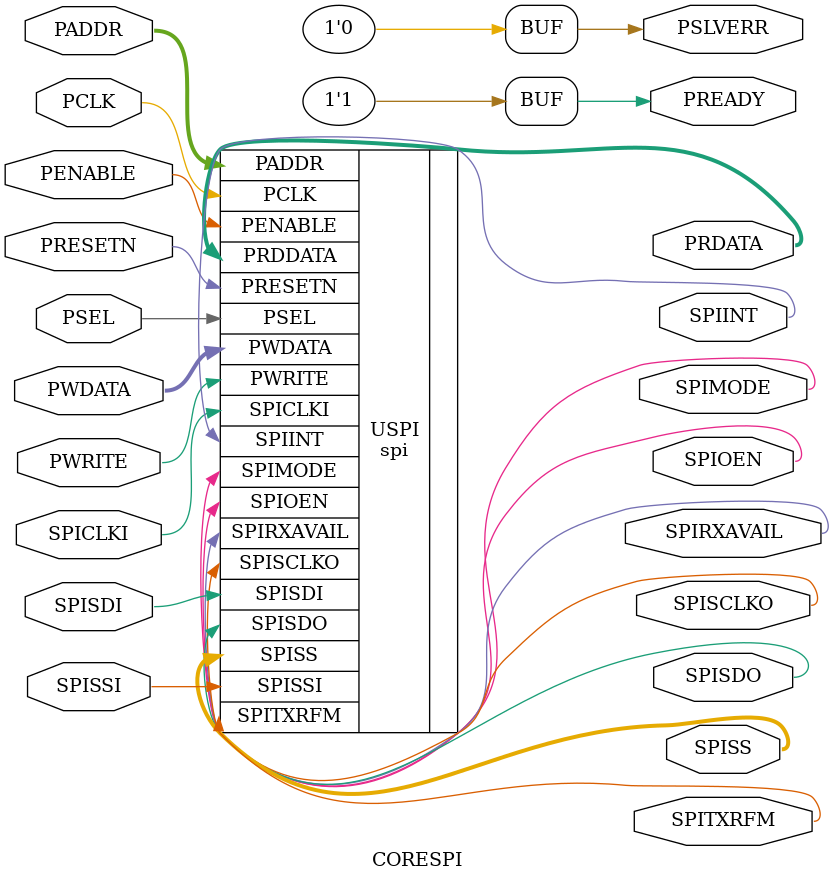
<source format=v>

module
CORESPI 
(	 //inputs
             PCLK,       //system clock
             PRESETN,    //system reset
             PADDR,      //address line
             PSEL,       //device select
             PENABLE,    //enable
             PWRITE,     //write
             PWDATA,     //write data
             SPISSI,     //slave select
             SPISDI,     //serial data in
             SPICLKI,    //serial clock in

             //outputs
             PRDATA,     //data read
             SPIINT,     //interrupt
             SPISS,      //slave select
             SPISCLKO,   //serial clock out
             SPIRXAVAIL, //data ready to be read (dma mode)
             SPITXRFM,   //room for more (dma mode)
             SPIOEN,     //output enable
             SPISDO,     //serial data out
             SPIMODE,     //1 -> master, 0 -> slave,
             PREADY,
             PSLVERR
             
             );

// AS: Added Parameters to replace 
// configuration bits / registers
parameter               FAMILY          =   15;
parameter               APB_DWIDTH      =   8;
parameter               CFG_FRAME_SIZE  =   4;
parameter               FIFO_DEPTH      =   4;
parameter               CFG_CLK         =   7;
parameter               CFG_SPO         =   0;
parameter               CFG_SPH         =   0;
parameter               CFG_SPS         =   0;
parameter               CFG_MODE        =   0;


//input TESTMODE;
input PCLK;
input PRESETN;
input [6:0] PADDR;
input PSEL;
input PENABLE;
input PWRITE;
input [APB_DWIDTH-1:0] PWDATA;
input SPISSI;
input SPISDI;
input SPICLKI;


output [APB_DWIDTH-1:0] PRDATA;
output SPIINT;
output [7:0] SPISS;
output SPISCLKO;
output SPIRXAVAIL;
output SPITXRFM;
output SPIOEN;
output SPIMODE;
output SPISDO;

// AP3
output PSLVERR;
output PREADY;

// tie off AP3 signals
assign PSLVERR = 1'b0;
assign PREADY = 1'b1;

spi # (
          .APB_DWIDTH     (APB_DWIDTH),
          .CFG_FRAME_SIZE (CFG_FRAME_SIZE),
          .FIFO_DEPTH     (FIFO_DEPTH),
          .CFG_CLK        (CFG_CLK),
          .CFG_SPO        (CFG_SPO),
          .CFG_SPH        (CFG_SPH),
          .CFG_SPS        (CFG_SPS),
          .CFG_MODE       (CFG_MODE)
) USPI( //inputs
//         .TESTMODE(TESTMODE),
         .PCLK(PCLK),      
         .PRESETN(PRESETN),
         .PADDR(PADDR),    
         .PSEL(PSEL),      
         .PENABLE(PENABLE),
         .PWRITE(PWRITE),  
         .PWDATA(PWDATA),  
         .SPISSI(SPISSI),  
         .SPISDI(SPISDI),  
         .SPICLKI(SPICLKI),
          
         //outputs
         .PRDDATA(PRDATA), 
         .SPIINT(SPIINT),  
         .SPISS(SPISS),    
         .SPISCLKO(SPISCLKO), 
         .SPIRXAVAIL(SPIRXAVAIL),
         .SPITXRFM(SPITXRFM), 
         .SPIOEN(SPIOEN), 
         .SPISDO(SPISDO), 
         .SPIMODE(SPIMODE)
         );

endmodule

</source>
